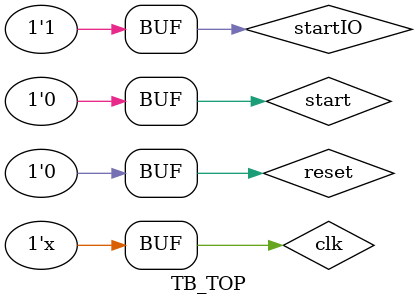
<source format=sv>
module TB_TOP();
	logic clk, reset, start, EndFlag, ReadEnable, startIO;
	logic [7:0] ByteOut;
	
	// instantiate device to be tested
	top dut(
		.clk_FPGA(clk), 
		.reset(reset), 
		.start(start), 
		.EndFlag(EndFlag),
		.clk_out(ReadEnable),
		.startIO(startIO),
		.ReadDataOut(ByteOut)
	);
	// generate clock to sequence tests
	always
	begin
		//clk <= 1; # 5; clk <= 0; # 5;
		#10 clk = ~clk;
	end
	
	// initialize test
	initial begin
		startIO = 0;
		
		
		//reset = 1;
		//clk = 0;
		//#1000;
		//clk = 1;
		//#10;
		//clk = 0;
		//reset = 0;
	
		//#10;
		
		
		//#200;
		startIO = 1;
		#200
		//$stop;
		reset <= 1; # 22; reset <= 0;
		
		
		#10;
		start <= 0; # 3; start <= 1;
		#10;
		start <= 0;
		//startIO = 1;
		
		#100;
		startIO <= 1;
		
		#1000;
		
	end
	
	
	
		
endmodule
</source>
